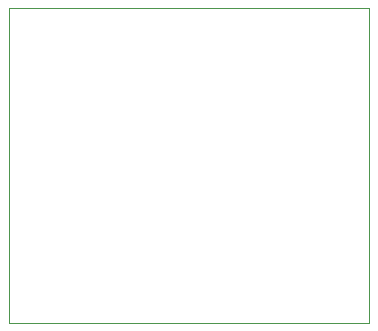
<source format=gbo>
G75*
G70*
%OFA0B0*%
%FSLAX24Y24*%
%IPPOS*%
%LPD*%
%AMOC8*
5,1,8,0,0,1.08239X$1,22.5*
%
%ADD10C,0.0000*%
D10*
X000100Y000100D02*
X000100Y010600D01*
X012100Y010600D01*
X012100Y000100D01*
X000100Y000100D01*
M02*

</source>
